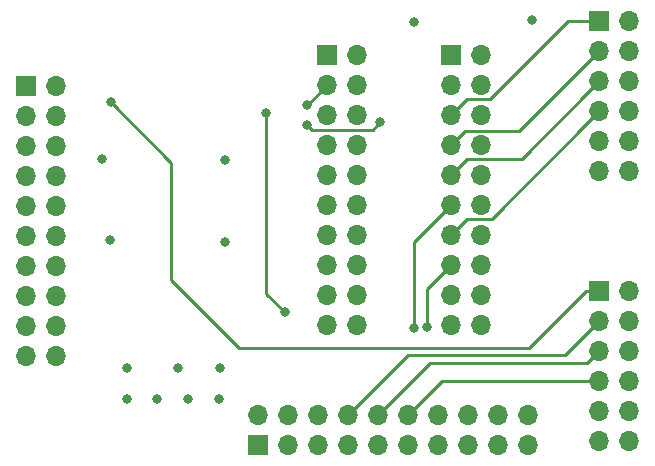
<source format=gbr>
G04 #@! TF.GenerationSoftware,KiCad,Pcbnew,(5.1.0-165-g615c49315)*
G04 #@! TF.CreationDate,2019-04-12T15:14:10+02:00*
G04 #@! TF.ProjectId,JTAGMux_1.0,4a544147-4d75-4785-9f31-2e302e6b6963,rev?*
G04 #@! TF.SameCoordinates,Original*
G04 #@! TF.FileFunction,Copper,L4,Bot*
G04 #@! TF.FilePolarity,Positive*
%FSLAX46Y46*%
G04 Gerber Fmt 4.6, Leading zero omitted, Abs format (unit mm)*
G04 Created by KiCad (PCBNEW (5.1.0-165-g615c49315)) date 2019-04-12 15:14:10*
%MOMM*%
%LPD*%
G04 APERTURE LIST*
%ADD10O,1.700000X1.700000*%
%ADD11R,1.700000X1.700000*%
%ADD12C,0.800000*%
%ADD13C,0.250000*%
G04 APERTURE END LIST*
D10*
X104170000Y-146590000D03*
X101630000Y-146590000D03*
X104170000Y-144050000D03*
X101630000Y-144050000D03*
X104170000Y-141510000D03*
X101630000Y-141510000D03*
X104170000Y-138970000D03*
X101630000Y-138970000D03*
X104170000Y-136430000D03*
X101630000Y-136430000D03*
X104170000Y-133890000D03*
D11*
X101630000Y-133890000D03*
D10*
X104200000Y-123740000D03*
X101660000Y-123740000D03*
X104200000Y-121200000D03*
X101660000Y-121200000D03*
X104200000Y-118660000D03*
X101660000Y-118660000D03*
X104200000Y-116120000D03*
X101660000Y-116120000D03*
X104200000Y-113580000D03*
X101660000Y-113580000D03*
X104200000Y-111040000D03*
D11*
X101660000Y-111040000D03*
D10*
X55640000Y-139350000D03*
X53100000Y-139350000D03*
X55640000Y-136810000D03*
X53100000Y-136810000D03*
X55640000Y-134270000D03*
X53100000Y-134270000D03*
X55640000Y-131730000D03*
X53100000Y-131730000D03*
X55640000Y-129190000D03*
X53100000Y-129190000D03*
X55640000Y-126650000D03*
X53100000Y-126650000D03*
X55640000Y-124110000D03*
X53100000Y-124110000D03*
X55640000Y-121570000D03*
X53100000Y-121570000D03*
X55640000Y-119030000D03*
X53100000Y-119030000D03*
X55640000Y-116490000D03*
D11*
X53100000Y-116490000D03*
D10*
X81190000Y-136760000D03*
X78650000Y-136760000D03*
X81190000Y-134220000D03*
X78650000Y-134220000D03*
X81190000Y-131680000D03*
X78650000Y-131680000D03*
X81190000Y-129140000D03*
X78650000Y-129140000D03*
X81190000Y-126600000D03*
X78650000Y-126600000D03*
X81190000Y-124060000D03*
X78650000Y-124060000D03*
X81190000Y-121520000D03*
X78650000Y-121520000D03*
X81190000Y-118980000D03*
X78650000Y-118980000D03*
X81190000Y-116440000D03*
X78650000Y-116440000D03*
X81190000Y-113900000D03*
D11*
X78650000Y-113900000D03*
D10*
X91640000Y-136760000D03*
X89100000Y-136760000D03*
X91640000Y-134220000D03*
X89100000Y-134220000D03*
X91640000Y-131680000D03*
X89100000Y-131680000D03*
X91640000Y-129140000D03*
X89100000Y-129140000D03*
X91640000Y-126600000D03*
X89100000Y-126600000D03*
X91640000Y-124060000D03*
X89100000Y-124060000D03*
X91640000Y-121520000D03*
X89100000Y-121520000D03*
X91640000Y-118980000D03*
X89100000Y-118980000D03*
X91640000Y-116440000D03*
X89100000Y-116440000D03*
X91640000Y-113900000D03*
D11*
X89100000Y-113900000D03*
D10*
X95660000Y-144360000D03*
X95660000Y-146900000D03*
X93120000Y-144360000D03*
X93120000Y-146900000D03*
X90580000Y-144360000D03*
X90580000Y-146900000D03*
X88040000Y-144360000D03*
X88040000Y-146900000D03*
X85500000Y-144360000D03*
X85500000Y-146900000D03*
X82960000Y-144360000D03*
X82960000Y-146900000D03*
X80420000Y-144360000D03*
X80420000Y-146900000D03*
X77880000Y-144360000D03*
X77880000Y-146900000D03*
X75340000Y-144360000D03*
X75340000Y-146900000D03*
X72800000Y-144360000D03*
D11*
X72800000Y-146900000D03*
D12*
X60260000Y-129580000D03*
X69988500Y-122772500D03*
X59574500Y-122682500D03*
X61720500Y-140375000D03*
X61657000Y-142978500D03*
X64260500Y-142978500D03*
X66864000Y-142978500D03*
X65975000Y-140375000D03*
X69467500Y-142978500D03*
X69531000Y-140375000D03*
X85977500Y-111075000D03*
X96010500Y-110911000D03*
X69988200Y-129757800D03*
X75024998Y-135676000D03*
X73459931Y-118800794D03*
X85977500Y-137009500D03*
X87057000Y-136946000D03*
X76923535Y-119845732D03*
X83132700Y-119584000D03*
X76897000Y-118111900D03*
X60323500Y-117896000D03*
D13*
X75024998Y-135676000D02*
X73459931Y-134110933D01*
X73459931Y-119366479D02*
X73459931Y-118800794D01*
X73459931Y-134110933D02*
X73459931Y-119366479D01*
X85977500Y-129722500D02*
X89100000Y-126600000D01*
X85977500Y-137009500D02*
X85977500Y-129722500D01*
X87057000Y-133723000D02*
X89100000Y-131680000D01*
X87057000Y-136946000D02*
X87057000Y-133723000D01*
X88350000Y-141510000D02*
X101630000Y-141510000D01*
X85500000Y-144360000D02*
X88350000Y-141510000D01*
X100780001Y-139819999D02*
X101630000Y-138970000D01*
X100594980Y-140005020D02*
X100780001Y-139819999D01*
X87314980Y-140005020D02*
X100594980Y-140005020D01*
X82960000Y-144360000D02*
X87314980Y-140005020D01*
X81269999Y-143510001D02*
X80420000Y-144360000D01*
X101630000Y-136430000D02*
X98751800Y-139308200D01*
X85471800Y-139308200D02*
X81269999Y-143510001D01*
X98751800Y-139308200D02*
X85471800Y-139308200D01*
X100810001Y-119509999D02*
X101660000Y-118660000D01*
X92544999Y-127775001D02*
X100810001Y-119509999D01*
X90464999Y-127775001D02*
X92544999Y-127775001D01*
X89100000Y-129140000D02*
X90464999Y-127775001D01*
X100810001Y-116969999D02*
X101660000Y-116120000D01*
X95084999Y-122695001D02*
X100810001Y-116969999D01*
X90464999Y-122695001D02*
X95084999Y-122695001D01*
X89100000Y-124060000D02*
X90464999Y-122695001D01*
X100810001Y-114429999D02*
X101660000Y-113580000D01*
X94895001Y-120344999D02*
X100810001Y-114429999D01*
X90275001Y-120344999D02*
X94895001Y-120344999D01*
X89100000Y-121520000D02*
X90275001Y-120344999D01*
X77323534Y-120245731D02*
X76923535Y-119845732D01*
X82470969Y-120245731D02*
X77323534Y-120245731D01*
X83132700Y-119584000D02*
X82470969Y-120245731D01*
X99031100Y-111040000D02*
X101660000Y-111040000D01*
X92456099Y-117615001D02*
X99031100Y-111040000D01*
X89100000Y-118980000D02*
X90464999Y-117615001D01*
X90464999Y-117615001D02*
X92456099Y-117615001D01*
X76978100Y-118111900D02*
X76897000Y-118111900D01*
X78650000Y-116440000D02*
X76978100Y-118111900D01*
X96484999Y-137935001D02*
X100530000Y-133890000D01*
X100530000Y-133890000D02*
X101630000Y-133890000D01*
X71194700Y-138736700D02*
X95683300Y-138736700D01*
X95683300Y-138736700D02*
X100530000Y-133890000D01*
X60323500Y-117896000D02*
X65428900Y-123001400D01*
X65428900Y-132970900D02*
X71194700Y-138736700D01*
X65428900Y-123001400D02*
X65428900Y-132970900D01*
M02*

</source>
